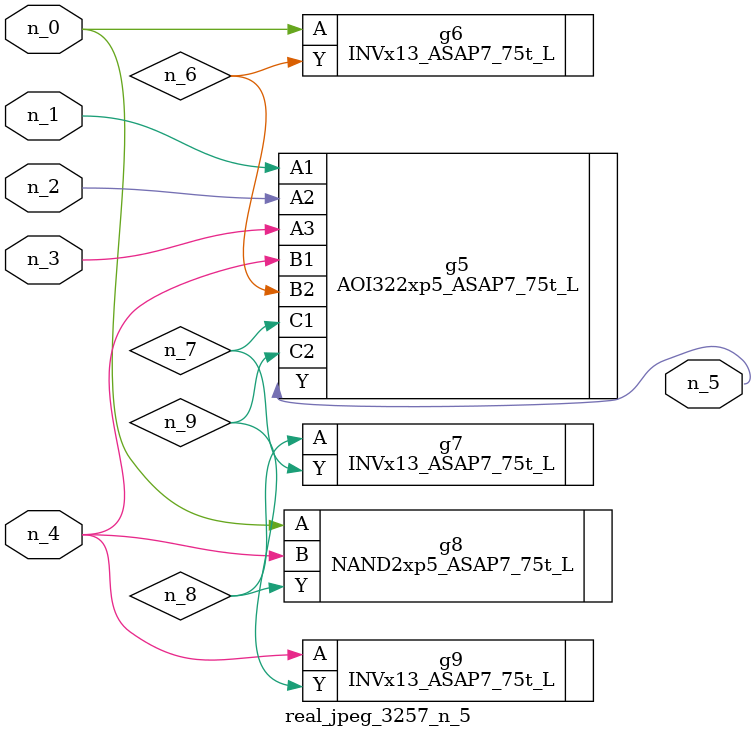
<source format=v>
module real_jpeg_3257_n_5 (n_4, n_0, n_1, n_2, n_3, n_5);

input n_4;
input n_0;
input n_1;
input n_2;
input n_3;

output n_5;

wire n_8;
wire n_6;
wire n_7;
wire n_9;

INVx13_ASAP7_75t_L g6 ( 
.A(n_0),
.Y(n_6)
);

NAND2xp5_ASAP7_75t_L g8 ( 
.A(n_0),
.B(n_4),
.Y(n_8)
);

AOI322xp5_ASAP7_75t_L g5 ( 
.A1(n_1),
.A2(n_2),
.A3(n_3),
.B1(n_4),
.B2(n_6),
.C1(n_7),
.C2(n_9),
.Y(n_5)
);

INVx13_ASAP7_75t_L g9 ( 
.A(n_4),
.Y(n_9)
);

INVx13_ASAP7_75t_L g7 ( 
.A(n_8),
.Y(n_7)
);


endmodule
</source>
